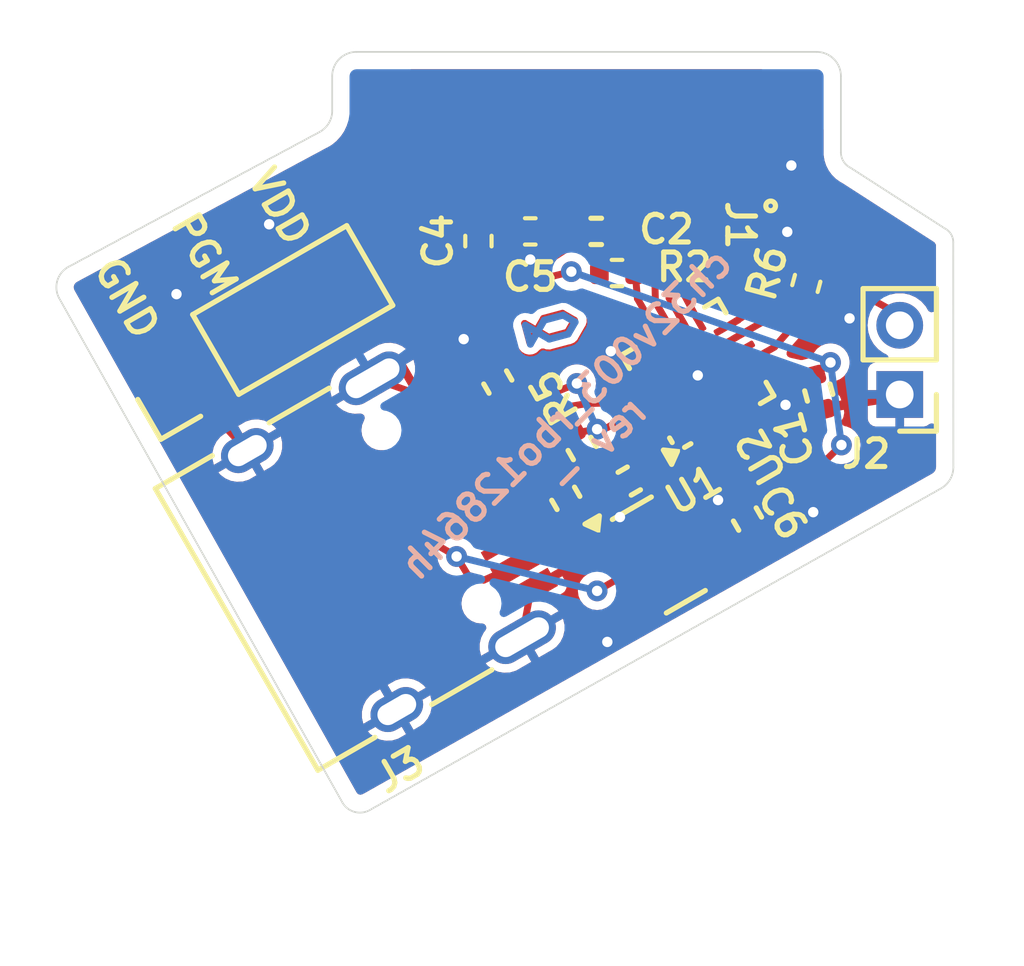
<source format=kicad_pcb>
(kicad_pcb (version 20221018) (generator pcbnew)
  (layers (0 "F.Cu" signal) (31 "B.Cu" signal) (34 "B.Paste" user) (35 "F.Paste" user) (36 "B.SilkS" user "B.Silkscreen") (37 "F.SilkS" user "F.Silkscreen") (38 "B.Mask" user) (39 "F.Mask" user) (44 "Edge.Cuts" user))
  (net 0 "")
  (net 1 "GND")
  (net 2 "VDD")
  (net 3 "+5V")
  (net 4 "Net-(J1-Pin_10)")
  (net 5 "Net-(J1-Pin_9)")
  (net 6 "Net-(J1-Pin_8)")
  (net 7 "Net-(J3-CC1)")
  (net 8 "D+")
  (net 9 "D-")
  (net 10 "SBU1")
  (net 11 "Net-(J3-CC2)")
  (net 12 "SBU2")
  (net 13 "SWIO")
  (net 14 "PD6")
  (net 15 "DPU")
  (net 19 "CSB")
  (net 20 "RST")
  (net 21 "A0")
  (net 22 "SCL")
  (net 23 "SDA")
  (net 27 "Net-(J2-Pin_2)")
  (net 28 "Net-(U2-PC0{slash}T2CH3{slash}UTX{slash}NSS{slash}T1CH3)")
  (net 31 "Net-(J1-Pin_6)")
  (net 32 "Net-(U2-PC7{slash}MISO{slash}T1CH2{slash}T2CH2{slash}URTS)")
  (footprint "Resistor_SMD:R_0402_1005Metric" (layer "F.Cu") (at 127.95 67.2 -60)
    (fp_text reference "R4" hide)
    (fp_text value "5.1k")
    (fp_line (start -0.153641 -0.38) (end 0.153641 -0.38) (stroke (width 0.15)) (layer "F.SilkS"))
    (fp_line (start -0.153641 0.38) (end 0.153641 0.38) (stroke (width 0.15)) (layer "F.SilkS"))
    (pad "1" smd roundrect (at -0.51 0 300) (size 0.54 0.64) (layers "F.Cu" "F.Paste" "F.Mask") (net 11 "Net-(J3-CC2)"))
    (pad "2" smd roundrect (at 0.51 0 300) (size 0.54 0.64) (layers "F.Cu" "F.Paste" "F.Mask") (net 1 "GND"))
  )
  (footprint "Package_TO_SOT_SMD:SOT-23" (layer "F.Cu") (at 130.638899 68.837926 30)
    (fp_text reference "U1" (at 1.815843 -1.126531 30 unlocked) (layer "F.SilkS") (effects (font (size 0.8 0.8))))
    (fp_text value "XC6206P332MR-G")
    (fp_line (start 0 -1.56) (end -0.65 -1.56) (stroke (width 0.15)) (layer "F.SilkS"))
    (fp_line (start 0 -1.56) (end 0.65 -1.56) (stroke (width 0.15)) (layer "F.SilkS"))
    (fp_line (start 0 1.56) (end -0.65 1.56) (stroke (width 0.15)) (layer "F.SilkS"))
    (fp_line (start 0 1.56) (end 0.65 1.56) (stroke (width 0.15)) (layer "F.SilkS"))
    (fp_poly (pts (xy -1.1625 -1.51) (xy -1.4025 -1.84) (xy -0.9225 -1.84) (xy -1.1625 -1.51)) (stroke (width 0.15)) (fill solid) (layer "F.SilkS"))
    (pad "1" smd roundrect (at -0.9375 -0.95 30) (size 1.475 0.6) (layers "F.Cu" "F.Paste" "F.Mask") (net 1 "GND"))
    (pad "2" smd roundrect (at -0.9375 0.95 30) (size 1.475 0.6) (layers "F.Cu" "F.Paste" "F.Mask") (net 2 "VDD"))
    (pad "3" smd roundrect (at 0.9375 0 30) (size 1.475 0.6) (layers "F.Cu" "F.Paste" "F.Mask") (net 3 "+5V"))
  )
  (footprint "cnhardware:RBO12864H-WFI" (layer "F.Cu") (at 128.5434 58.5278)
    (fp_text reference "J1" (at 4.451 0.7812 -90 unlocked) (layer "F.SilkS") (effects (font (size 0.8 0.8))))
    (fp_text value "RBO12864H")
    (pad "1" smd roundrect (at 4.4 -1.2 180) (size 0.4 2.524) (layers "F.Cu" "F.Paste" "F.Mask") (net 19 "CSB"))
    (pad "2" smd roundrect (at 3.6 -1.2 180) (size 0.4 2.524) (layers "F.Cu" "F.Paste" "F.Mask") (net 20 "RST"))
    (pad "3" smd roundrect (at 2.8 -1.2 180) (size 0.4 2.524) (layers "F.Cu" "F.Paste" "F.Mask") (net 21 "A0"))
    (pad "4" smd roundrect (at 2 -1.2 180) (size 0.4 2.524) (layers "F.Cu" "F.Paste" "F.Mask") (net 22 "SCL"))
    (pad "5" smd roundrect (at 1.2 -1.2 180) (size 0.4 2.524) (layers "F.Cu" "F.Paste" "F.Mask") (net 23 "SDA"))
    (pad "6" smd roundrect (at 0.4 -1.2 180) (size 0.4 2.524) (layers "F.Cu" "F.Paste" "F.Mask") (net 31 "Net-(J1-Pin_6)"))
    (pad "7" smd roundrect (at -0.4 -1.2 180) (size 0.4 2.524) (layers "F.Cu" "F.Paste" "F.Mask") (net 1 "GND"))
    (pad "8" smd roundrect (at -1.2 -1.2 180) (size 0.4 2.524) (layers "F.Cu" "F.Paste" "F.Mask") (net 6 "Net-(J1-Pin_8)"))
    (pad "9" smd roundrect (at -2 -1.2 180) (size 0.4 2.524) (layers "F.Cu" "F.Paste" "F.Mask") (net 5 "Net-(J1-Pin_9)"))
    (pad "10" smd roundrect (at -2.8 -1.2 180) (size 0.4 2.524) (layers "F.Cu" "F.Paste" "F.Mask") (net 4 "Net-(J1-Pin_10)"))
    (pad "11" smd roundrect (at -3.6 -1.2 180) (size 0.4 2.524) (layers "F.Cu" "F.Paste" "F.Mask"))
    (pad "12" smd roundrect (at -4.4 -1.2 180) (size 0.4 2.524) (layers "F.Cu" "F.Paste" "F.Mask"))
    (pad "13" smd circle (at -6 -2.9 180) (size 1.6 1.6) (layers "F.Cu" "F.Paste" "F.Mask") (net 1 "GND"))
    (pad "13" smd circle (at 6 -2.9 180) (size 1.6 1.6) (layers "F.Cu" "F.Paste" "F.Mask") (net 1 "GND"))
  )
  (footprint "Resistor_SMD:R_0402_1005Metric" (layer "F.Cu") (at 128.8288 59.4868)
    (fp_text reference "C2" (at 2.0312 -0.0568 unlocked) (layer "F.SilkS") (effects (font (size 0.8 0.8))))
    (fp_text value "1u")
    (fp_line (start -0.153641 -0.38) (end 0.153641 -0.38) (stroke (width 0.15)) (layer "F.SilkS"))
    (fp_line (start -0.153641 0.38) (end 0.153641 0.38) (stroke (width 0.15)) (layer "F.SilkS"))
    (pad "1" smd roundrect (at -0.51 0) (size 0.54 0.64) (layers "F.Cu" "F.Paste" "F.Mask") (net 1 "GND"))
    (pad "2" smd roundrect (at 0.51 0) (size 0.54 0.64) (layers "F.Cu" "F.Paste" "F.Mask") (net 31 "Net-(J1-Pin_6)"))
  )
  (footprint "Resistor_SMD:R_0402_1005Metric" (layer "F.Cu") (at 129.784127 66.7014 30)
    (fp_text reference "C3" hide)
    (fp_text value "4.7u")
    (fp_line (start -0.153641 -0.38) (end 0.153641 -0.38) (stroke (width 0.15)) (layer "F.SilkS"))
    (fp_line (start -0.153641 0.38) (end 0.153641 0.38) (stroke (width 0.15)) (layer "F.SilkS"))
    (pad "1" smd roundrect (at -0.51 0 30) (size 0.54 0.64) (layers "F.Cu" "F.Paste" "F.Mask") (net 1 "GND"))
    (pad "2" smd roundrect (at 0.51 0 30) (size 0.54 0.64) (layers "F.Cu" "F.Paste" "F.Mask") (net 3 "+5V"))
  )
  (footprint "Resistor_SMD:R_0402_1005Metric" (layer "F.Cu") (at 135.259997 64.145022 105)
    (fp_text reference "C1" (at -1.105283 -1.037621 105 unlocked) (layer "F.SilkS") (effects (font (size 0.8 0.8))))
    (fp_text value "1u")
    (fp_line (start -0.153641 -0.38) (end 0.153641 -0.38) (stroke (width 0.15)) (layer "F.SilkS"))
    (fp_line (start -0.153641 0.38) (end 0.153641 0.38) (stroke (width 0.15)) (layer "F.SilkS"))
    (pad "1" smd roundrect (at -0.51 0 105) (size 0.54 0.64) (layers "F.Cu" "F.Paste" "F.Mask") (net 1 "GND"))
    (pad "2" smd roundrect (at 0.51 0 105) (size 0.54 0.64) (layers "F.Cu" "F.Paste" "F.Mask") (net 2 "VDD"))
  )
  (footprint "Connector_PinHeader_2.54mm:PinHeader_1x03_P2.54mm_Vertical" (layer "F.Cu") (at 116.733191 63.6778 120)
    (fp_text reference "J5" hide)
    (fp_text value "PGM")
    (fp_line (start -1.33 -1.33) (end 0 -1.33) (stroke (width 0.15)) (layer "F.SilkS"))
    (fp_line (start -1.33 0) (end -1.33 -1.33) (stroke (width 0.15)) (layer "F.SilkS"))
    (fp_line (start -1.33 1.27) (end -1.33 6.41) (stroke (width 0.15)) (layer "F.SilkS"))
    (fp_line (start -1.33 1.27) (end 1.33 1.27) (stroke (width 0.15)) (layer "F.SilkS"))
    (fp_line (start -1.33 6.41) (end 1.33 6.41) (stroke (width 0.15)) (layer "F.SilkS"))
    (fp_line (start 1.33 1.27) (end 1.33 6.41) (stroke (width 0.15)) (layer "F.SilkS"))
    (pad "1" smd rect (at 0 0 120) (size 1.7 1.7) (layers "F.Cu" "F.Paste" "F.Mask") (net 1 "GND"))
    (pad "2" smd oval (at 0 2.54 120) (size 1.7 1.7) (layers "F.Cu" "F.Paste" "F.Mask") (net 13 "SWIO"))
    (pad "3" smd oval (at 0 5.08 120) (size 1.7 1.7) (layers "F.Cu" "F.Paste" "F.Mask") (net 2 "VDD"))
  )
  (footprint "Connector_USB:USB_C_Receptacle_HRO_TYPE-C-31-M-12" (layer "F.Cu") (at 121.816026 69.0378 -60)
    (fp_text reference "J3" (at 5.873705 1.850845 30 unlocked) (layer "F.SilkS") (effects (font (size 0.8 0.8))))
    (fp_text value "USB_C_Receptacle_USB2.0")
    (fp_line (start -4.7 -1.9) (end -4.7 0.1) (stroke (width 0.15)) (layer "F.SilkS"))
    (fp_line (start -4.7 2) (end -4.7 3.9) (stroke (width 0.15)) (layer "F.SilkS"))
    (fp_line (start -4.7 3.9) (end 4.7 3.9) (stroke (width 0.15)) (layer "F.SilkS"))
    (fp_line (start 4.7 -1.9) (end 4.7 0.1) (stroke (width 0.15)) (layer "F.SilkS"))
    (fp_line (start 4.7 2) (end 4.7 3.9) (stroke (width 0.15)) (layer "F.SilkS"))
    (pad "" np_thru_hole circle (at -2.89 -2.6 300) (size 0.65 0.65) (drill 0.65) (layers "*.Cu" "*.Mask"))
    (pad "" np_thru_hole circle (at 2.89 -2.6 300) (size 0.65 0.65) (drill 0.65) (layers "*.Cu" "*.Mask"))
    (pad "A1" smd rect (at -3.25 -4.045 300) (size 0.6 1.45) (layers "F.Cu" "F.Paste" "F.Mask") (net 1 "GND"))
    (pad "A4" smd rect (at -2.45 -4.045 300) (size 0.6 1.45) (layers "F.Cu" "F.Paste" "F.Mask") (net 3 "+5V"))
    (pad "A5" smd rect (at -1.25 -4.045 300) (size 0.3 1.45) (layers "F.Cu" "F.Paste" "F.Mask") (net 7 "Net-(J3-CC1)"))
    (pad "A6" smd rect (at -0.25 -4.045 300) (size 0.3 1.45) (layers "F.Cu" "F.Paste" "F.Mask") (net 8 "D+"))
    (pad "A7" smd rect (at 0.25 -4.045 300) (size 0.3 1.45) (layers "F.Cu" "F.Paste" "F.Mask") (net 9 "D-"))
    (pad "A8" smd rect (at 1.25 -4.045 300) (size 0.3 1.45) (layers "F.Cu" "F.Paste" "F.Mask") (net 10 "SBU1"))
    (pad "A9" smd rect (at 2.45 -4.045 300) (size 0.6 1.45) (layers "F.Cu" "F.Paste" "F.Mask") (net 3 "+5V"))
    (pad "A12" smd rect (at 3.25 -4.045 300) (size 0.6 1.45) (layers "F.Cu" "F.Paste" "F.Mask") (net 1 "GND"))
    (pad "B1" smd rect (at 3.25 -4.045 300) (size 0.6 1.45) (layers "F.Cu" "F.Paste" "F.Mask") (net 1 "GND"))
    (pad "B4" smd rect (at 2.45 -4.045 300) (size 0.6 1.45) (layers "F.Cu" "F.Paste" "F.Mask") (net 3 "+5V"))
    (pad "B5" smd rect (at 1.75 -4.045 300) (size 0.3 1.45) (layers "F.Cu" "F.Paste" "F.Mask") (net 11 "Net-(J3-CC2)"))
    (pad "B6" smd rect (at 0.75 -4.045 300) (size 0.3 1.45) (layers "F.Cu" "F.Paste" "F.Mask") (net 8 "D+"))
    (pad "B7" smd rect (at -0.75 -4.045 300) (size 0.3 1.45) (layers "F.Cu" "F.Paste" "F.Mask") (net 9 "D-"))
    (pad "B8" smd rect (at -1.75 -4.045 300) (size 0.3 1.45) (layers "F.Cu" "F.Paste" "F.Mask") (net 12 "SBU2"))
    (pad "B9" smd rect (at -2.45 -4.045 300) (size 0.6 1.45) (layers "F.Cu" "F.Paste" "F.Mask") (net 3 "+5V"))
    (pad "B12" smd rect (at -3.25 -4.045 300) (size 0.6 1.45) (layers "F.Cu" "F.Paste" "F.Mask") (net 1 "GND"))
    (pad "S1" thru_hole oval (at -4.32 -3.13 300) (size 1 2.1) (drill oval 0.6 1.7) (layers "*.Cu" "*.Mask") (net 1 "GND"))
    (pad "S1" thru_hole oval (at -4.32 1.05 300) (size 1 1.6) (drill oval 0.6 1.2) (layers "*.Cu" "*.Mask") (net 1 "GND"))
    (pad "S1" thru_hole oval (at 4.32 -3.13 300) (size 1 2.1) (drill oval 0.6 1.7) (layers "*.Cu" "*.Mask") (net 1 "GND"))
    (pad "S1" thru_hole oval (at 4.32 1.05 300) (size 1 1.6) (drill oval 0.6 1.2) (layers "*.Cu" "*.Mask") (net 1 "GND"))
  )
  (footprint "Resistor_SMD:R_0402_1005Metric" (layer "F.Cu") (at 125.4252 59.7662 90)
    (fp_text reference "C4" (at 0 -1.17 90 unlocked) (layer "F.SilkS") (effects (font (size 0.8 0.8))))
    (fp_text value "1u")
    (fp_line (start -0.153641 -0.38) (end 0.153641 -0.38) (stroke (width 0.12)) (layer "F.SilkS"))
    (fp_line (start -0.153641 0.38) (end 0.153641 0.38) (stroke (width 0.12)) (layer "F.SilkS"))
    (pad "1" smd roundrect (at -0.51 0 90) (size 0.54 0.64) (layers "F.Cu" "F.Paste" "F.Mask") (net 1 "GND"))
    (pad "2" smd roundrect (at 0.51 0 90) (size 0.54 0.64) (layers "F.Cu" "F.Paste" "F.Mask") (net 4 "Net-(J1-Pin_10)"))
  )
  (footprint "Resistor_SMD:R_0402_1005Metric" (layer "F.Cu") (at 133.2 67.8 -60)
    (fp_text reference "C6" (at 0.33342 -0.9775 300 unlocked) (layer "F.SilkS") (effects (font (size 0.8 0.8))))
    (fp_text value "1u")
    (fp_line (start -0.153641 -0.38) (end 0.153641 -0.38) (stroke (width 0.15)) (layer "F.SilkS"))
    (fp_line (start -0.153641 0.38) (end 0.153641 0.38) (stroke (width 0.15)) (layer "F.SilkS"))
    (pad "1" smd roundrect (at -0.51 0 300) (size 0.54 0.64) (layers "F.Cu" "F.Paste" "F.Mask") (net 1 "GND"))
    (pad "2" smd roundrect (at 0.51 0 300) (size 0.54 0.64) (layers "F.Cu" "F.Paste" "F.Mask") (net 2 "VDD"))
  )
  (footprint "Package_DFN_QFN:QFN-20-1EP_3x3mm_P0.4mm_EP1.65x1.65mm" (layer "F.Cu") (at 131.764137 63.64779 120)
    (fp_text reference "U2" (at -2.955005 0.413799 120 unlocked) (layer "F.SilkS") (effects (font (size 0.8 0.8))))
    (fp_text value "CH32V003F4U6")
    (fp_line (start -1.61 -1.16) (end -1.61 -1.37) (stroke (width 0.15)) (layer "F.SilkS"))
    (fp_line (start -1.61 1.61) (end -1.61 1.16) (stroke (width 0.15)) (layer "F.SilkS"))
    (fp_line (start -1.16 -1.61) (end -1.31 -1.61) (stroke (width 0.15)) (layer "F.SilkS"))
    (fp_line (start -1.16 1.61) (end -1.61 1.61) (stroke (width 0.15)) (layer "F.SilkS"))
    (fp_line (start 1.16 -1.61) (end 1.61 -1.61) (stroke (width 0.15)) (layer "F.SilkS"))
    (fp_line (start 1.16 1.61) (end 1.61 1.61) (stroke (width 0.15)) (layer "F.SilkS"))
    (fp_line (start 1.61 -1.61) (end 1.61 -1.16) (stroke (width 0.15)) (layer "F.SilkS"))
    (fp_line (start 1.61 1.61) (end 1.61 1.16) (stroke (width 0.15)) (layer "F.SilkS"))
    (fp_poly (pts (xy -1.61 -1.61) (xy -1.85 -1.94) (xy -1.37 -1.94) (xy -1.61 -1.61)) (stroke (width 0.15)) (fill solid) (layer "F.SilkS"))
    (pad "1" smd roundrect (at -1.45 -0.8 120) (size 0.85 0.2) (layers "F.Cu" "F.Paste" "F.Mask"))
    (pad "2" smd roundrect (at -1.45 -0.4 120) (size 0.85 0.2) (layers "F.Cu" "F.Paste" "F.Mask"))
    (pad "3" smd roundrect (at -1.45 0 120) (size 0.85 0.2) (layers "F.Cu" "F.Paste" "F.Mask"))
    (pad "4" smd roundrect (at -1.45 0.4 120) (size 0.85 0.2) (layers "F.Cu" "F.Paste" "F.Mask") (net 1 "GND"))
    (pad "5" smd roundrect (at -1.45 0.8 120) (size 0.85 0.2) (layers "F.Cu" "F.Paste" "F.Mask"))
    (pad "6" smd roundrect (at -0.8 1.45 120) (size 0.2 0.85) (layers "F.Cu" "F.Paste" "F.Mask") (net 2 "VDD"))
    (pad "7" smd roundrect (at -0.4 1.45 120) (size 0.2 0.85) (layers "F.Cu" "F.Paste" "F.Mask") (net 28 "Net-(U2-PC0{slash}T2CH3{slash}UTX{slash}NSS{slash}T1CH3)"))
    (pad "8" smd roundrect (at 0 1.45 120) (size 0.2 0.85) (layers "F.Cu" "F.Paste" "F.Mask"))
    (pad "9" smd roundrect (at 0.4 1.45 120) (size 0.2 0.85) (layers "F.Cu" "F.Paste" "F.Mask") (net 19 "CSB"))
    (pad "10" smd roundrect (at 0.8 1.45 120) (size 0.2 0.85) (layers "F.Cu" "F.Paste" "F.Mask") (net 20 "RST"))
    (pad "11" smd roundrect (at 1.45 0.8 120) (size 0.85 0.2) (layers "F.Cu" "F.Paste" "F.Mask") (net 21 "A0"))
    (pad "12" smd roundrect (at 1.45 0.4 120) (size 0.85 0.2) (layers "F.Cu" "F.Paste" "F.Mask") (net 22 "SCL"))
    (pad "13" smd roundrect (at 1.45 0 120) (size 0.85 0.2) (layers "F.Cu" "F.Paste" "F.Mask") (net 23 "SDA"))
    (pad "14" smd roundrect (at 1.45 -0.4 120) (size 0.85 0.2) (layers "F.Cu" "F.Paste" "F.Mask") (net 32 "Net-(U2-PC7{slash}MISO{slash}T1CH2{slash}T2CH2{slash}URTS)"))
    (pad "15" smd roundrect (at 1.45 -0.8 120) (size 0.85 0.2) (layers "F.Cu" "F.Paste" "F.Mask") (net 13 "SWIO"))
    (pad "16" smd roundrect (at 0.8 -1.45 120) (size 0.2 0.85) (layers "F.Cu" "F.Paste" "F.Mask"))
    (pad "17" smd roundrect (at 0.4 -1.45 120) (size 0.2 0.85) (layers "F.Cu" "F.Paste" "F.Mask") (net 8 "D+"))
    (pad "18" smd roundrect (at 0 -1.45 120) (size 0.2 0.85) (layers "F.Cu" "F.Paste" "F.Mask") (net 9 "D-"))
    (pad "19" smd roundrect (at -0.4 -1.45 120) (size 0.2 0.85) (layers "F.Cu" "F.Paste" "F.Mask") (net 15 "DPU"))
    (pad "20" smd roundrect (at -0.8 -1.45 120) (size 0.2 0.85) (layers "F.Cu" "F.Paste" "F.Mask") (net 14 "PD6"))
    (pad "21" smd rect (at 0 0 120) (size 1.65 1.65) (property pad_prop_heatsink) (layers "F.Cu" "F.Mask") (net 1 "GND"))
  )
  (footprint "Resistor_SMD:R_0402_1005Metric" (layer "F.Cu") (at 134.9 60.99 75)
    (fp_text reference "R6" (at 0 -1.17 75) (layer "F.SilkS") (effects (font (size 0.8 0.8))))
    (fp_text value "10")
    (fp_line (start -0.153641 -0.38) (end 0.153641 -0.38) (stroke (width 0.12)) (layer "F.SilkS"))
    (fp_line (start -0.153641 0.38) (end 0.153641 0.38) (stroke (width 0.12)) (layer "F.SilkS"))
    (pad "1" smd roundrect (at -0.51 0 75) (size 0.54 0.64) (layers "F.Cu" "F.Paste" "F.Mask") (net 28 "Net-(U2-PC0{slash}T2CH3{slash}UTX{slash}NSS{slash}T1CH3)"))
    (pad "2" smd roundrect (at 0.51 0 75) (size 0.54 0.64) (layers "F.Cu" "F.Paste" "F.Mask") (net 27 "Net-(J2-Pin_2)"))
  )
  (footprint "Connector_PinHeader_2.00mm:PinHeader_1x02_P2.00mm_Vertical" (layer "F.Cu") (at 137.6 64.2 180)
    (fp_text reference "J2" (at 0.965201 -1.717801 unlocked) (layer "F.SilkS") (effects (font (size 0.8 0.8))))
    (fp_text value "LED")
    (fp_line (start -1.06 -1.06) (end 0 -1.06) (stroke (width 0.15)) (layer "F.SilkS"))
    (fp_line (start -1.06 0) (end -1.06 -1.06) (stroke (width 0.15)) (layer "F.SilkS"))
    (fp_line (start -1.06 1) (end -1.06 3.06) (stroke (width 0.15)) (layer "F.SilkS"))
    (fp_line (start -1.06 1) (end 1.06 1) (stroke (width 0.15)) (layer "F.SilkS"))
    (fp_line (start -1.06 3.06) (end 1.06 3.06) (stroke (width 0.15)) (layer "F.SilkS"))
    (fp_line (start 1.06 1) (end 1.06 3.06) (stroke (width 0.15)) (layer "F.SilkS"))
    (pad "1" thru_hole rect (at 0 0 180) (size 1.35 1.35) (drill 0.8) (layers "*.Cu" "*.Mask") (net 1 "GND"))
    (pad "2" thru_hole oval (at 0 2 180) (size 1.35 1.35) (drill 0.8) (layers "*.Cu" "*.Mask") (net 27 "Net-(J2-Pin_2)"))
  )
  (footprint "Resistor_SMD:R_0402_1005Metric" (layer "F.Cu") (at 126.9238 59.4868)
    (fp_text reference "C5" (at 0 1.3132 unlocked) (layer "F.SilkS") (effects (font (size 0.8 0.8))))
    (fp_text value "1u")
    (fp_line (start -0.153641 -0.38) (end 0.153641 -0.38) (stroke (width 0.12)) (layer "F.SilkS"))
    (fp_line (start -0.153641 0.38) (end 0.153641 0.38) (stroke (width 0.12)) (layer "F.SilkS"))
    (pad "1" smd roundrect (at -0.51 0) (size 0.54 0.64) (layers "F.Cu" "F.Paste" "F.Mask") (net 5 "Net-(J1-Pin_9)"))
    (pad "2" smd roundrect (at 0.51 0) (size 0.54 0.64) (layers "F.Cu" "F.Paste" "F.Mask") (net 6 "Net-(J1-Pin_8)"))
  )
  (footprint "Resistor_SMD:R_0402_1005Metric" (layer "F.Cu") (at 128.4224 65.7606 120)
    (fp_text reference "R5" (at 1.682229 0.032695 120 unlocked) (layer "F.SilkS") (effects (font (size 0.8 0.8))))
    (fp_text value "1.5k")
    (fp_line (start -0.153641 -0.38) (end 0.153641 -0.38) (stroke (width 0.15)) (layer "F.SilkS"))
    (fp_line (start -0.153641 0.38) (end 0.153641 0.38) (stroke (width 0.15)) (layer "F.SilkS"))
    (pad "1" smd roundrect (at -0.51 0 120) (size 0.54 0.64) (layers "F.Cu" "F.Paste" "F.Mask") (net 15 "DPU"))
    (pad "2" smd roundrect (at 0.51 0 120) (size 0.54 0.64) (layers "F.Cu" "F.Paste" "F.Mask") (net 9 "D-"))
  )
  (footprint "Resistor_SMD:R_0402_1005Metric" (layer "F.Cu") (at 129.43 60.69 180)
    (fp_text reference "R2" (at -1.94 0.17) (layer "F.SilkS") (effects (font (size 0.8 0.8))))
    (fp_text value "10")
    (fp_line (start -0.153641 -0.38) (end 0.153641 -0.38) (stroke (width 0.12)) (layer "F.SilkS"))
    (fp_line (start -0.153641 0.38) (end 0.153641 0.38) (stroke (width 0.12)) (layer "F.SilkS"))
    (pad "1" smd roundrect (at -0.51 0 180) (size 0.54 0.64) (layers "F.Cu" "F.Paste" "F.Mask") (net 32 "Net-(U2-PC7{slash}MISO{slash}T1CH2{slash}T2CH2{slash}URTS)"))
    (pad "2" smd roundrect (at 0.51 0 180) (size 0.54 0.64) (layers "F.Cu" "F.Paste" "F.Mask") (net 31 "Net-(J1-Pin_6)"))
  )
  (footprint "Resistor_SMD:R_0402_1005Metric" (layer "F.Cu") (at 125.984999 63.840073 120)
    (fp_text reference "R3" hide)
    (fp_text value "5.1k")
    (fp_line (start -0.153641 -0.38) (end 0.153641 -0.38) (stroke (width 0.15)) (layer "F.SilkS"))
    (fp_line (start -0.153641 0.38) (end 0.153641 0.38) (stroke (width 0.15)) (layer "F.SilkS"))
    (pad "1" smd roundrect (at -0.51 0 120) (size 0.54 0.64) (layers "F.Cu" "F.Paste" "F.Mask") (net 7 "Net-(J3-CC1)"))
    (pad "2" smd roundrect (at 0.51 0 120) (size 0.54 0.64) (layers "F.Cu" "F.Paste" "F.Mask") (net 1 "GND"))
  )
  (gr_circle (center 133.87 58.75) (end 134.01 58.75) (stroke (width 0.15)) (fill none) (layer "F.SilkS"))
  (gr_arc (start 121.2 56) (mid 121.10914 56.344889) (end 120.860147 56.600245) (stroke (width 0.05)) (layer "Edge.Cuts"))
  (gr_line (start 122.3 76.2) (end 138.804654 66.907809) (stroke (width 0.05)) (layer "Edge.Cuts"))
  (gr_line (start 136.176393 57.647214) (end 138.9 59.4) (stroke (width 0.05)) (layer "Edge.Cuts"))
  (gr_line (start 135.2 54.3) (end 121.9 54.3) (stroke (width 0.05)) (layer "Edge.Cuts"))
  (gr_line (start 120.860147 56.600245) (end 113.6 60.5) (stroke (width 0.05)) (layer "Edge.Cuts"))
  (gr_line (start 113.3 61.4) (end 121.5 76) (stroke (width 0.05)) (layer "Edge.Cuts"))
  (gr_arc (start 138.9 59.400001) (mid 139.080422 59.564887) (end 139.147213 59.8) (stroke (width 0.05)) (layer "Edge.Cuts"))
  (gr_arc (start 139.15 66.3) (mid 139.057635 66.649534) (end 138.804654 66.907809) (stroke (width 0.05)) (layer "Edge.Cuts"))
  (gr_arc (start 121.2 55) (mid 121.405025 54.505025) (end 121.9 54.3) (stroke (width 0.05)) (layer "Edge.Cuts"))
  (gr_line (start 135.9 57.2) (end 135.9 55) (stroke (width 0.05)) (layer "Edge.Cuts"))
  (gr_arc (start 122.3 76.2) (mid 121.858579 76.265685) (end 121.5 76) (stroke (width 0.05)) (layer "Edge.Cuts"))
  (gr_line (start 121.2 56) (end 121.2 55) (stroke (width 0.05)) (layer "Edge.Cuts"))
  (gr_arc (start 113.3 61.4) (mid 113.263604 60.887868) (end 113.6 60.5) (stroke (width 0.05)) (layer "Edge.Cuts"))
  (gr_line (start 139.147213 59.8) (end 139.15 66.3) (stroke (width 0.05)) (layer "Edge.Cuts"))
  (gr_arc (start 135.2 54.3) (mid 135.694975 54.505025) (end 135.9 55) (stroke (width 0.05)) (layer "Edge.Cuts"))
  (gr_arc (start 136.176393 57.647214) (mid 135.974674 57.462866) (end 135.9 57.2) (stroke (width 0.05)) (layer "Edge.Cuts"))
  (gr_text "ch32v003_rbo12864h\nrev -" (at 129.2 66 45) (layer "B.SilkS") (effects (font (size 0.8 0.8) (thickness 0.15) bold) (justify bottom mirror)))
  (gr_text "VDD\n\nPGM\n\nGND" (at 114.1984 60.5028 -60) (layer "F.SilkS") (effects (font (size 0.8 0.8) (thickness 0.15) bold) (justify left bottom)))
  (segment (start 128 62.4) (end 128.199998 62.05359) (width 0.2) (layer "F.Cu") (net 0))
  (segment (start 127.85359 61.85359) (end 127.307179 62) (width 0.2) (layer "F.Cu") (net 0))
  (segment (start 127.307179 62) (end 126.90718 62.69282) (width 0.2) (layer "F.Cu") (net 0))
  (segment (start 127.45359 62.54641) (end 128 62.4) (width 0.2) (layer "F.Cu") (net 0))
  (segment (start 126.90718 62.69282) (end 126.760769 62.146411) (width 0.2) (layer "F.Cu") (net 0))
  (segment (start 128.199998 62.05359) (end 127.85359 61.85359) (width 0.2) (layer "F.Cu") (net 0))
  (segment (start 126.760769 62.146411) (end 127.45359 62.54641) (width 0.2) (layer "F.Cu") (net 0))
  (segment (start 126.780381 62.199616) (end 126.926792 62.746028) (width 0.2) (layer "B.Cu") (net 0))
  (segment (start 128.219613 62.106797) (end 128.019614 62.453205) (width 0.2) (layer "B.Cu") (net 0))
  (segment (start 127.873204 61.906795) (end 128.219613 62.106797) (width 0.2) (layer "B.Cu") (net 0))
  (segment (start 127.326795 62.053205) (end 127.873204 61.906795) (width 0.2) (layer "B.Cu") (net 0))
  (segment (start 127.473204 62.599615) (end 126.780381 62.199616) (width 0.2) (layer "B.Cu") (net 0))
  (segment (start 126.926792 62.746028) (end 127.326795 62.053205) (width 0.2) (layer "B.Cu") (net 0))
  (segment (start 128.019614 62.453205) (end 127.473204 62.599615) (width 0.2) (layer "B.Cu") (net 0))
  (segment (start 122.366686 63.73157) (end 118.746699 65.82157) (width 0.2) (layer "F.Cu") (net 1))
  (segment (start 123.2662 55.1688) (end 122.5434 55.6278) (width 0.2) (layer "F.Cu") (net 1))
  (segment (start 116.733191 63.6778) (end 117.856 61.0362) (width 0.2) (layer "F.Cu") (net 1))
  (segment (start 127.59 60.24) (end 127.95 60.01) (width 0.2) (layer "F.Cu") (net 1))
  (segment (start 133.7564 65.5828) (end 135.391995 64.637644) (width 0.2) (layer "F.Cu") (net 1))
  (segment (start 128.1434 57.3278) (end 128.1176 59.436) (width 0.2) (layer "F.Cu") (net 1))
  (segment (start 123.694099 64.200717) (end 122.366686 63.73157) (width 0.2) (layer "F.Cu") (net 1))
  (segment (start 132.835547 64.703527) (end 133.2992 65.5066) (width 0.2) (layer "F.Cu") (net 1))
  (segment (start 128.143 55.7022) (end 127.6604 55.1688) (width 0.2) (layer "F.Cu") (net 1))
  (segment (start 126.686686 71.21403) (end 126.944099 69.829883) (width 0.2) (layer "F.Cu") (net 1))
  (segment (start 127.95 60.01) (end 128.3188 59.4868) (width 0.2) (layer "F.Cu") (net 1))
  (segment (start 128.1434 57.3278) (end 128.143 55.7022) (width 0.2) (layer "F.Cu") (net 1))
  (segment (start 125.729999 63.3984) (end 123.694099 64.200717) (width 0.2) (layer "F.Cu") (net 1))
  (segment (start 129.342454 66.9564) (end 129.5146 67.7418) (width 0.2) (layer "F.Cu") (net 1))
  (segment (start 132.835547 64.703527) (end 132.2 63.6) (width 0.2) (layer "F.Cu") (net 1))
  (segment (start 125.4252 60.2762) (end 126.873 60.274933) (width 0.2) (layer "F.Cu") (net 1))
  (segment (start 126.873 60.274933) (end 126.9238 60.2996) (width 0.2) (layer "F.Cu") (net 1))
  (segment (start 129.352 68.483952) (end 126.944099 69.829883) (width 0.2) (layer "F.Cu") (net 1))
  (segment (start 138.150601 64.195199) (end 135.391995 64.637644) (width 0.2) (layer "F.Cu") (net 1))
  (segment (start 126.686686 71.21403) (end 123.066699 73.30403) (width 0.2) (layer "F.Cu") (net 1))
  (segment (start 116.733191 63.6778) (end 118.746699 65.82157) (width 0.2) (layer "F.Cu") (net 1))
  (segment (start 133.7056 55.1942) (end 134.5434 55.6278) (width 0.2) (layer "F.Cu") (net 1))
  (segment (start 128.4986 55.1942) (end 133.7056 55.1942) (width 0.2) (layer "F.Cu") (net 1))
  (segment (start 128.205 67.641673) (end 129.5146 67.7418) (width 0.2) (layer "F.Cu") (net 1))
  (segment (start 128.143 55.7022) (end 128.4986 55.1942) (width 0.2) (layer "F.Cu") (net 1))
  (segment (start 129.5146 67.7418) (end 129.352 68.483952) (width 0.2) (layer "F.Cu") (net 1))
  (segment (start 128.3188 59.4868) (end 128.1176 59.436) (width 0.2) (layer "F.Cu") (net 1))
  (segment (start 133.2992 65.5066) (end 133.7564 65.5828) (width 0.2) (layer "F.Cu") (net 1))
  (segment (start 134.5434 55.6278) (end 134.4676 57.5818) (width 0.2) (layer "F.Cu") (net 1))
  (segment (start 126.873 60.274933) (end 127.59 60.24) (width 0.2) (layer "F.Cu") (net 1))
  (segment (start 117.856 61.0362) (end 122.5434 55.6278) (width 0.2) (layer "F.Cu") (net 1))
  (segment (start 127.6604 55.1688) (end 123.2662 55.1688) (width 0.2) (layer "F.Cu") (net 1))
  (via (at 129.5146 67.7418) (size 0.6) (drill 0.3) (layers "F.Cu" "B.Cu") (net 1))
  (via (at 131.764137 63.64779) (size 0.6) (drill 0.3) (layers "F.Cu" "B.Cu") (net 1))
  (via (at 134.35 59.5) (size 0.6) (drill 0.3) (layers "F.Cu" "B.Cu") (net 1))
  (via (at 136.15 62) (size 0.6) (drill 0.3) (layers "F.Cu" "B.Cu") (net 1))
  (via (at 132.35 67.25) (size 0.6) (drill 0.3) (layers "F.Cu" "B.Cu") (net 1))
  (via (at 119.377299 59.280899) (size 0.6) (drill 0.3) (layers "F.Cu" "B.Cu") (net 1))
  (via (at 129.15 71.35) (size 0.6) (drill 0.3) (layers "F.Cu" "B.Cu") (net 1))
  (via (at 134.3 64.5) (size 0.6) (drill 0.3) (layers "F.Cu" "B.Cu") (net 1))
  (via (at 135.1 67.6) (size 0.6) (drill 0.3) (layers "F.Cu" "B.Cu") (net 1))
  (via (at 134.4676 57.5818) (size 0.6) (drill 0.3) (layers "F.Cu" "B.Cu") (net 1))
  (via (at 125 62.6) (size 0.6) (drill 0.3) (layers "F.Cu" "B.Cu") (net 1))
  (via (at 129.25 62.95) (size 0.6) (drill 0.3) (layers "F.Cu" "B.Cu") (net 1))
  (via (at 116.7 61.3) (size 0.6) (drill 0.3) (layers "F.Cu" "B.Cu") (net 1))
  (via (at 126.9238 60.2996) (size 0.6) (drill 0.3) (layers "F.Cu" "B.Cu") (net 1))
  (segment (start 128.6256 59.69) (end 126.9238 60.2996) (width 0.2) (layer "B.Cu") (net 1))
  (segment (start 132.35 67.25) (end 131.764137 63.64779) (width 0.2) (layer "B.Cu") (net 1))
  (segment (start 122.366686 63.73157) (end 126.9238 60.2996) (width 0.2) (layer "B.Cu") (net 1))
  (segment (start 126.9238 60.2996) (end 119.377299 59.280899) (width 0.2) (layer "B.Cu") (net 1))
  (segment (start 132.35 67.25) (end 129.5146 67.7418) (width 0.2) (layer "B.Cu") (net 1))
  (segment (start 134.4676 57.5818) (end 128.6256 59.69) (width 0.2) (layer "B.Cu") (net 1))
  (segment (start 135.6 63.274553) (end 135.127999 63.6524) (width 0.2) (layer "F.Cu") (net 2))
  (segment (start 130.302 70.1294) (end 132.715 68.7832) (width 0.2) (layer "F.Cu") (net 2))
  (segment (start 126.97 60.93) (end 121.1326 61.1378) (width 0.2) (layer "F.Cu") (net 2))
  (segment (start 128.11 60.65) (end 126.97 60.93) (width 0.2) (layer "F.Cu") (net 2))
  (segment (start 132.715 68.7832) (end 135.9154 65.659) (width 0.2) (layer "F.Cu") (net 2))
  (segment (start 133.419874 63.61561) (end 133.8834 63.373) (width 0.2) (layer "F.Cu") (net 2))
  (segment (start 133.8834 63.373) (end 135.127999 63.6524) (width 0.2) (layer "F.Cu") (net 2))
  (via (at 128.11 60.65) (size 0.6) (drill 0.3) (layers "F.Cu" "B.Cu") (net 2))
  (via (at 135.9154 65.659) (size 0.6) (drill 0.3) (layers "F.Cu" "B.Cu") (net 2))
  (via (at 135.6 63.274553) (size 0.6) (drill 0.3) (layers "F.Cu" "B.Cu") (net 2))
  (segment (start 135.9154 65.659) (end 135.6 63.274553) (width 0.2) (layer "B.Cu") (net 2))
  (segment (start 128.11 60.65) (end 135.6 63.274553) (width 0.2) (layer "B.Cu") (net 2))
  (segment (start 123.1138 65.7606) (end 123.6218 68.199) (width 0.2) (layer "F.Cu") (net 3))
  (segment (start 130.2258 66.4464) (end 131.450798 68.369176) (width 0.2) (layer "F.Cu") (net 3))
  (segment (start 126.544099 69.137062) (end 125.5776 69.565613) (width 0.2) (layer "F.Cu") (net 3))
  (segment (start 124.094099 64.893538) (end 123.1138 65.7606) (width 0.2) (layer "F.Cu") (net 3))
  (segment (start 124.794611 68.880389) (end 125.1204 69.4182) (width 0.2) (layer "F.Cu") (net 3))
  (segment (start 131.450798 68.369176) (end 128.8542 69.8754) (width 0.2) (layer "F.Cu") (net 3))
  (segment (start 123.6218 68.199) (end 124.794611 68.880389) (width 0.2) (layer "F.Cu") (net 3))
  (segment (start 125.1204 69.4182) (end 125.5776 69.565613) (width 0.2) (layer "F.Cu") (net 3))
  (via (at 128.8542 69.8754) (size 0.6) (drill 0.3) (layers "F.Cu" "B.Cu") (net 3))
  (via (at 124.794611 68.880389) (size 0.6) (drill 0.3) (layers "F.Cu" "B.Cu") (net 3))
  (segment (start 128.8542 69.8754) (end 124.794611 68.880389) (width 0.2) (layer "B.Cu") (net 3))
  (segment (start 125.4252 59.2562) (end 125.73 58.6994) (width 0.2) (layer "F.Cu") (net 4))
  (segment (start 125.73 58.6994) (end 125.7434 57.3278) (width 0.2) (layer "F.Cu") (net 4))
  (segment (start 126.5434 57.3278) (end 126.4138 59.4868) (width 0.2) (layer "F.Cu") (net 5))
  (segment (start 127.4338 59.4868) (end 127.3434 57.3278) (width 0.2) (layer "F.Cu") (net 6))
  (segment (start 125.8316 65.2526) (end 126.239999 64.281746) (width 0.2) (layer "F.Cu") (net 7))
  (segment (start 124.694099 65.932768) (end 125.8316 65.2526) (width 0.2) (layer "F.Cu") (net 7))
  (segment (start 124.3838 67.9704) (end 124.2568 67.3862) (width 0.2) (layer "F.Cu") (net 8))
  (segment (start 130.3084 64.02638) (end 129.609119 64.428996) (width 0.2) (layer "F.Cu") (net 8))
  (segment (start 127.762 64.5922) (end 127 65.1764) (width 0.2) (layer "F.Cu") (net 8))
  (segment (start 127 65.1764) (end 126.3396 66.167) (width 0.2) (layer "F.Cu") (net 8))
  (segment (start 128.5494 64.4652) (end 127.762 64.5922) (width 0.2) (layer "F.Cu") (net 8))
  (segment (start 129.609119 64.428996) (end 128.5494 64.4652) (width 0.2) (layer "F.Cu") (net 8))
  (segment (start 124.8664 68.1228) (end 124.3838 67.9704) (width 0.2) (layer "F.Cu") (net 8))
  (segment (start 125.694099 67.664819) (end 124.8664 68.1228) (width 0.2) (layer "F.Cu") (net 8))
  (segment (start 126.3396 66.167) (end 125.194099 66.798794) (width 0.2) (layer "F.Cu") (net 8))
  (segment (start 124.2568 67.3862) (end 125.194099 66.798794) (width 0.2) (layer "F.Cu") (net 8))
  (segment (start 127.5842 64.1604) (end 128.27 63.881) (width 0.2) (layer "F.Cu") (net 9))
  (segment (start 130.5084 64.37279) (end 129.732463 64.819541) (width 0.2) (layer "F.Cu") (net 9))
  (segment (start 126.619 66.548) (end 125.444099 67.231806) (width 0.2) (layer "F.Cu") (net 9))
  (segment (start 126.6952 64.8462) (end 127.5842 64.1604) (width 0.2) (layer "F.Cu") (net 9))
  (segment (start 128.8542 65.202618) (end 128.1674 65.318927) (width 0.2) (layer "F.Cu") (net 9))
  (segment (start 129.159 65.151) (end 128.8542 65.202618) (width 0.2) (layer "F.Cu") (net 9))
  (segment (start 128.1674 65.318927) (end 126.619 66.548) (width 0.2) (layer "F.Cu") (net 9))
  (segment (start 125.7808 65.913) (end 126.2888 65.4304) (width 0.2) (layer "F.Cu") (net 9))
  (segment (start 126.2888 65.4304) (end 126.6952 64.8462) (width 0.2) (layer "F.Cu") (net 9))
  (segment (start 129.732463 64.819541) (end 129.159 65.151) (width 0.2) (layer "F.Cu") (net 9))
  (segment (start 124.944099 66.365781) (end 125.7808 65.913) (width 0.2) (layer "F.Cu") (net 9))
  (via (at 128.27 63.881) (size 0.6) (drill 0.3) (layers "F.Cu" "B.Cu") (net 9))
  (via (at 128.8542 65.202618) (size 0.6) (drill 0.3) (layers "F.Cu" "B.Cu") (net 9))
  (segment (start 128.27 63.881) (end 128.8542 65.202618) (width 0.2) (layer "B.Cu") (net 9))
  (segment (start 127.0762 68.0212) (end 127.761 66.842927) (width 0.2) (layer "F.Cu") (net 11))
  (segment (start 126.194099 68.530844) (end 127.0762 68.0212) (width 0.2) (layer "F.Cu") (net 11))
  (segment (start 118.932896 62.4078) (end 120.8 62.738) (width 0.2) (layer "F.Cu") (net 13))
  (segment (start 129.8702 61.976) (end 130.346317 62.792053) (width 0.2) (layer "F.Cu") (net 13))
  (segment (start 120.8 62.738) (end 122.4 62) (width 0.2) (layer "F.Cu") (net 13))
  (segment (start 122.4 62) (end 126.5428 61.468) (width 0.2) (layer "F.Cu") (net 13))
  (segment (start 129.2606 61.5442) (end 129.8702 61.976) (width 0.2) (layer "F.Cu") (net 13))
  (segment (start 128.5494 61.3156) (end 129.2606 61.5442) (width 0.2) (layer "F.Cu") (net 13))
  (segment (start 126.5428 61.468) (end 128.5494 61.3156) (width 0.2) (layer "F.Cu") (net 13))
  (segment (start 130.7084 64.7192) (end 129.8702 65.2018) (width 0.2) (layer "F.Cu") (net 15))
  (segment (start 129.8702 65.2018) (end 128.6774 66.202273) (width 0.2) (layer "F.Cu") (net 15))
  (segment (start 132.9436 59.0042) (end 133.086076 59.701811) (width 0.2) (layer "F.Cu") (net 19))
  (segment (start 133.086076 59.701811) (end 133.9088 60.6298) (width 0.2) (layer "F.Cu") (net 19))
  (segment (start 133.985 61.468) (end 133.858 61.976) (width 0.2) (layer "F.Cu") (net 19))
  (segment (start 132.9434 57.3278) (end 132.9436 59.0042) (width 0.2) (layer "F.Cu") (net 19))
  (segment (start 132.819874 62.57638) (end 133.858 61.976) (width 0.2) (layer "F.Cu") (net 19))
  (segment (start 133.9088 60.6298) (end 133.985 61.468) (width 0.2) (layer "F.Cu") (net 19))
  (segment (start 132.619874 62.22997) (end 133.2738 61.8236) (width 0.2) (layer "F.Cu") (net 20))
  (segment (start 133.5024 60.7822) (end 132.588 59.7408) (width 0.2) (layer "F.Cu") (net 20))
  (segment (start 133.5532 61.341) (end 133.5024 60.7822) (width 0.2) (layer "F.Cu") (net 20))
  (segment (start 132.207 59.182) (end 132.1562 58.6994) (width 0.2) (layer "F.Cu") (net 20))
  (segment (start 133.2738 61.8236) (end 133.5532 61.341) (width 0.2) (layer "F.Cu") (net 20))
  (segment (start 132.1562 58.6994) (end 132.1434 57.3278) (width 0.2) (layer "F.Cu") (net 20))
  (segment (start 132.588 59.7408) (end 132.207 59.182) (width 0.2) (layer "F.Cu") (net 20))
  (segment (start 131.3434 61.2648) (end 131.3434 57.3278) (width 0.2) (layer "F.Cu") (net 21))
  (segment (start 131.731957 61.992053) (end 131.3434 61.2648) (width 0.2) (layer "F.Cu") (net 21))
  (segment (start 131.385547 62.192053) (end 130.937 61.4172) (width 0.2) (layer "F.Cu") (net 22))
  (segment (start 130.5434 57.3278) (end 130.5306 58.7756) (width 0.2) (layer "F.Cu") (net 22))
  (segment (start 130.937 61.4172) (end 130.9116 59.6138) (width 0.2) (layer "F.Cu") (net 22))
  (segment (start 130.5306 58.7756) (end 130.9116 59.6138) (width 0.2) (layer "F.Cu") (net 22))
  (segment (start 129.7432 58.9026) (end 129.7434 57.3278) (width 0.2) (layer "F.Cu") (net 23))
  (segment (start 131.039137 62.392053) (end 130.54 61.53) (width 0.2) (layer "F.Cu") (net 23))
  (segment (start 130.04 59.32) (end 130.51 60.36) (width 0.2) (layer "F.Cu") (net 23))
  (segment (start 130.04 59.32) (end 129.7432 58.9026) (width 0.2) (layer "F.Cu") (net 23))
  (segment (start 130.51 60.36) (end 130.54 61.53) (width 0.2) (layer "F.Cu") (net 23))
  (segment (start 135.031998 60.497378) (end 138.150601 62.195199) (width 0.2) (layer "F.Cu") (net 27))
  (segment (start 133.219874 63.2692) (end 133.98 62.83) (width 0.2) (layer "F.Cu") (net 28))
  (segment (start 134.56 62.17) (end 134.768002 61.482622) (width 0.2) (layer "F.Cu") (net 28))
  (segment (start 133.98 62.83) (end 134.56 62.17) (width 0.2) (layer "F.Cu") (net 28))
  (segment (start 128.97 58.79) (end 129.3388 59.4868) (width 0.2) (layer "F.Cu") (net 31))
  (segment (start 128.94 60.71) (end 129.3388 59.4868) (width 0.2) (layer "F.Cu") (net 31))
  (segment (start 128.9434 57.3278) (end 128.97 58.79) (width 0.2) (layer "F.Cu") (net 31))
  (segment (start 130.692727 62.592053) (end 130.02 61.43) (width 0.2) (layer "F.Cu") (net 32))
  (segment (start 130.02 61.43) (end 129.96 60.71) (width 0.2) (layer "F.Cu") (net 32))
  (zone (net 1) (net_name "GND") (layers "F&B.Cu") (connect_pads (clearance 0.25)) (min_thickness 0.25) (fill yes (thermal_gap 0.25) (thermal_bridge_width 0.25))
    (polygon (pts (xy 120.8 52.8) (xy 140 53.2) (xy 141.2 67.2) (xy 121.2 78) (xy 111.6 61.6) (xy 112.8 59.2)))
  )
)
</source>
